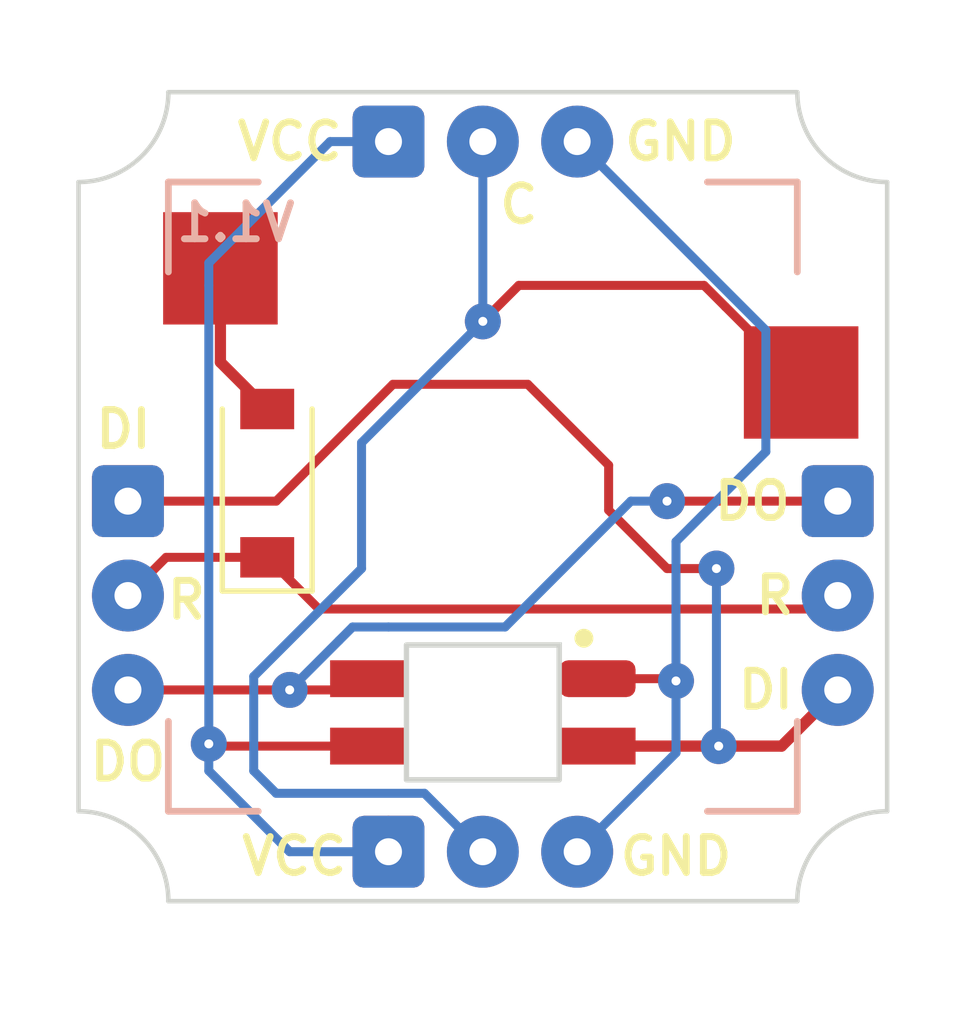
<source format=kicad_pcb>
(kicad_pcb (version 20211014) (generator pcbnew)
  (title_block (title "Keyswitch Biscuit") (date "2021-06-05") (rev "1.1"))
  (layers (0 "F.Cu" signal) (31 "B.Cu" signal) (34 "B.Paste" user) (35 "F.Paste" user) (36 "B.SilkS" user "B.Silkscreen") (37 "F.SilkS" user "F.Silkscreen") (38 "B.Mask" user) (39 "F.Mask" user) (44 "Edge.Cuts" user))
  (net 0 "")
  (net 1 "Row")
  (net 2 "DataOut")
  (net 3 "DataIn")
  (net 4 "Col")
  (net 5 "VCC")
  (net 6 "GND")
  (net 7 "Net-(D1-Pad2)")
  (footprint "custom:SolderWire-0.1sqmm_1x03_D0.4mm_OD1mm" (layer "F.Cu") (at 106.8 101)
    (fp_text reference "J1")
    (fp_text value "Conn_01x03_Male")
    (pad "1" thru_hole roundrect locked (at 0 0) (size 1.6 1.6) (drill 0.6) (layers *.Cu *.Mask) (roundrect_rratio 0.15625) (net 5 "VCC"))
    (pad "2" thru_hole circle locked (at 2.1 0) (size 1.6 1.6) (drill 0.6) (layers *.Cu *.Mask) (net 4 "Col"))
    (pad "3" thru_hole circle locked (at 4.2 0) (size 1.6 1.6) (drill 0.6) (layers *.Cu *.Mask) (net 6 "GND"))
  )
  (footprint "custom:SolderWire-0.1sqmm_1x03_D0.4mm_OD1mm" (layer "F.Cu") (at 106.8 116.8)
    (fp_text reference "J3")
    (fp_text value "Conn_01x03_Male")
    (pad "1" thru_hole roundrect locked (at 0 0) (size 1.6 1.6) (drill 0.6) (layers *.Cu *.Mask) (roundrect_rratio 0.15625) (net 5 "VCC"))
    (pad "2" thru_hole circle locked (at 2.1 0) (size 1.6 1.6) (drill 0.6) (layers *.Cu *.Mask) (net 4 "Col"))
    (pad "3" thru_hole circle locked (at 4.2 0) (size 1.6 1.6) (drill 0.6) (layers *.Cu *.Mask) (net 6 "GND"))
  )
  (footprint "custom:D_SOD-123" (layer "F.Cu") (at 104.1 108.6 90)
    (fp_text reference "D1")
    (fp_text value "D")
    (fp_line (start -2.4 1) (end 1.65 1) (layer "F.SilkS") (width 0.12))
    (fp_line (start -2.4 -1) (end 1.65 -1) (layer "F.SilkS") (width 0.12))
    (fp_line (start -2.4 -1) (end -2.4 1) (layer "F.SilkS") (width 0.12))
    (pad "1" smd rect locked (at -1.65 0 90) (size 0.9 1.2) (layers "F.Cu" "F.Paste" "F.Mask") (net 1 "Row"))
    (pad "2" smd rect locked (at 1.65 0 90) (size 0.9 1.2) (layers "F.Cu" "F.Paste" "F.Mask") (net 7 "Net-(D1-Pad2)"))
  )
  (footprint "custom:SolderWire-0.1sqmm_1x03_D0.4mm_OD1mm" (layer "F.Cu") (at 116.8 109 -90)
    (fp_text reference "J2")
    (fp_text value "Conn_01x03_Male")
    (pad "1" thru_hole roundrect locked (at 0 0 270) (size 1.6 1.6) (drill 0.6) (layers *.Cu *.Mask) (roundrect_rratio 0.15625) (net 2 "DataOut"))
    (pad "2" thru_hole circle locked (at 2.1 0 270) (size 1.6 1.6) (drill 0.6) (layers *.Cu *.Mask) (net 1 "Row"))
    (pad "3" thru_hole circle locked (at 4.2 0 270) (size 1.6 1.6) (drill 0.6) (layers *.Cu *.Mask) (net 3 "DataIn"))
  )
  (footprint "custom:SolderWire-0.1sqmm_1x03_D0.4mm_OD1mm" (layer "F.Cu") (at 101 109 -90)
    (fp_text reference "J4")
    (fp_text value "Conn_01x03_Male")
    (pad "1" thru_hole roundrect locked (at 0 0 270) (size 1.6 1.6) (drill 0.6) (layers *.Cu *.Mask) (roundrect_rratio 0.15625) (net 3 "DataIn"))
    (pad "2" thru_hole circle locked (at 2.1 0 270) (size 1.6 1.6) (drill 0.6) (layers *.Cu *.Mask) (net 1 "Row"))
    (pad "3" thru_hole circle locked (at 4.2 0 270) (size 1.6 1.6) (drill 0.6) (layers *.Cu *.Mask) (net 2 "DataOut"))
  )
  (footprint "custom:SK6812MINI_rev" (layer "F.Cu") (at 108.9 113.7)
    (fp_text reference "D2")
    (fp_text value "SK6812MINI" hide)
    (fp_circle (center 2.25 -1.65) (end 2.4 -1.65) (layer "F.SilkS") (width 0.12) (fill solid))
    (fp_rect (start 1.7 -1.5) (end -1.7 1.5) (layer "Edge.Cuts") (width 0.12) (fill none))
    (pad "1" smd rect locked (at -2.55 -0.75) (size 1.7 0.82) (layers "F.Cu" "F.Paste" "F.Mask") (net 2 "DataOut"))
    (pad "2" smd roundrect locked (at 2.55 -0.75) (size 1.7 0.82) (layers "F.Cu" "F.Paste" "F.Mask") (net 6 "GND"))
    (pad "3" smd rect locked (at 2.55 0.75) (size 1.7 0.82) (layers "F.Cu" "F.Paste" "F.Mask") (net 3 "DataIn"))
    (pad "4" smd rect locked (at -2.55 0.75) (size 1.7 0.82) (layers "F.Cu" "F.Paste" "F.Mask") (net 5 "VCC"))
  )
  (footprint "custom:MXOnly-1U-Hotswap-v2" (layer "B.Cu") (at 108.9 108.9 180)
    (fp_text reference "MX1")
    (fp_text value "MX-NoLED")
    (fp_line (start -7 7) (end -7 5) (layer "B.SilkS") (width 0.15))
    (fp_line (start -7 -5) (end -7 -7) (layer "B.SilkS") (width 0.15))
    (fp_line (start 5 -7) (end 7 -7) (layer "B.SilkS") (width 0.15))
    (fp_line (start 7 -7) (end 7 -5) (layer "B.SilkS") (width 0.15))
    (fp_line (start 5 7) (end 7 7) (layer "B.SilkS") (width 0.15))
    (fp_line (start -7 -7) (end -5 -7) (layer "B.SilkS") (width 0.15))
    (fp_line (start 7 7) (end 7 5) (layer "B.SilkS") (width 0.15))
    (fp_line (start -5 7) (end -7 7) (layer "B.SilkS") (width 0.15))
    (pad "" np_thru_hole circle locked (at 0 0 180) (size 3.9878 3.9878) (drill 3.9878) (layers *.Cu *.Mask))
    (pad "" np_thru_hole circle locked (at 2.54 5.08 180) (size 3 3) (drill 3) (layers *.Cu *.Mask))
    (pad "" np_thru_hole circle locked (at -3.81 2.54 180) (size 3 3) (drill 3) (layers *.Cu *.Mask))
    (pad "1" smd rect locked (at -7.085 2.54 180) (size 2.55 2.5) (layers "F.Cu" "F.Paste" "F.Mask") (net 4 "Col"))
    (pad "2" smd rect locked (at 5.842 5.08 180) (size 2.55 2.5) (layers "F.Cu" "F.Paste" "F.Mask") (net 7 "Net-(D1-Pad2)"))
  )
  (gr_line (start 115.9 117.9) (end 101.9 117.9) (layer "Edge.Cuts") (width 0.1))
  (gr_arc (start 117.9 101.9) (mid 116.485786 101.314214) (end 115.9 99.9) (layer "Edge.Cuts") (width 0.1))
  (gr_line (start 101.9 99.9) (end 115.9 99.9) (layer "Edge.Cuts") (width 0.1))
  (gr_line (start 99.9 115.9) (end 99.9 101.9) (layer "Edge.Cuts") (width 0.1))
  (gr_arc (start 115.9 117.9) (mid 116.485786 116.485786) (end 117.9 115.9) (layer "Edge.Cuts") (width 0.1))
  (gr_arc (start 101.9 99.9) (mid 101.314214 101.314214) (end 99.9 101.9) (layer "Edge.Cuts") (width 0.1))
  (gr_arc (start 99.9 115.9) (mid 101.314214 116.485786) (end 101.9 117.9) (layer "Edge.Cuts") (width 0.1))
  (gr_line (start 117.9 101.9) (end 117.9 115.9) (layer "Edge.Cuts") (width 0.1))
  (gr_text "V1.1" (at 103.4 102.8) (layer "B.SilkS") (effects (font (size 0.8 0.8) (thickness 0.153)) (justify mirror)))
  (gr_text "DO" (at 101 114.8) (layer "F.SilkS") (effects (font (size 0.8 0.8) (thickness 0.153))))
  (gr_text "VCC" (at 104.6 101) (layer "F.SilkS") (effects (font (size 0.8 0.8) (thickness 0.153))))
  (gr_text "DI" (at 115.2 113.2) (layer "F.SilkS") (effects (font (size 0.8 0.8) (thickness 0.153))))
  (gr_text "C" (at 109.7 102.4) (layer "F.SilkS") (effects (font (size 0.8 0.8) (thickness 0.153))))
  (gr_text "VCC" (at 104.7 116.9) (layer "F.SilkS") (effects (font (size 0.8 0.8) (thickness 0.153))))
  (gr_text "R" (at 102.3 111.2) (layer "F.SilkS") (effects (font (size 0.8 0.8) (thickness 0.153))))
  (gr_text "GND" (at 113.3 101) (layer "F.SilkS") (effects (font (size 0.8 0.8) (thickness 0.153))))
  (gr_text "DI" (at 100.9 107.4) (layer "F.SilkS") (effects (font (size 0.8 0.8) (thickness 0.153))))
  (gr_text "R" (at 115.4 111.1) (layer "F.SilkS") (effects (font (size 0.8 0.8) (thickness 0.153))))
  (gr_text "GND" (at 113.2 116.9) (layer "F.SilkS") (effects (font (size 0.8 0.8) (thickness 0.153))))
  (gr_text "DO" (at 114.9 109) (layer "F.SilkS") (effects (font (size 0.8 0.8) (thickness 0.153))))
  (segment (start 101.85 110.25) (end 104.1 110.25) (width 0.2) (layer "F.Cu") (net 1))
  (segment (start 116.8 111.1) (end 116.5 111.4) (width 0.2) (layer "F.Cu") (net 1))
  (segment (start 105.25 111.4) (end 104.1 110.25) (width 0.2) (layer "F.Cu") (net 1))
  (segment (start 116.774999 111.074999) (end 116.8 111.1) (width 0.25) (layer "F.Cu") (net 1))
  (segment (start 101 111.1) (end 101.85 110.25) (width 0.2) (layer "F.Cu") (net 1))
  (segment (start 101 110.7) (end 101.1 110.8) (width 0.25) (layer "F.Cu") (net 1))
  (segment (start 116.5 111.4) (end 105.25 111.4) (width 0.2) (layer "F.Cu") (net 1))
  (segment (start 106.1 113.2) (end 106.35 112.95) (width 0.2) (layer "F.Cu") (net 2))
  (segment (start 116.8 109) (end 113 109) (width 0.2) (layer "F.Cu") (net 2))
  (segment (start 104.6 113.2) (end 106.1 113.2) (width 0.2) (layer "F.Cu") (net 2))
  (segment (start 101 113.2) (end 104.6 113.2) (width 0.2) (layer "F.Cu") (net 2))
  (segment (start 101.25 112.95) (end 101 113.2) (width 0.2) (layer "F.Cu") (net 2))
  (via (at 113 109) (size 0.8) (drill 0.2) (layers "F.Cu" "B.Cu") (net 2))
  (via (at 104.6 113.2) (size 0.8) (drill 0.2) (layers "F.Cu" "B.Cu") (net 2))
  (segment (start 106 111.8) (end 106.8 111.8) (width 0.2) (layer "B.Cu") (net 2))
  (segment (start 109.394974 111.8) (end 106.8 111.8) (width 0.2) (layer "B.Cu") (net 2))
  (segment (start 104.6 113.2) (end 105.7 112.1) (width 0.2) (layer "B.Cu") (net 2))
  (segment (start 105.7 112.1) (end 106 111.8) (width 0.2) (layer "B.Cu") (net 2))
  (segment (start 112.194974 109) (end 113 109) (width 0.2) (layer "B.Cu") (net 2))
  (segment (start 111.094974 110.1) (end 109.394974 111.8) (width 0.2) (layer "B.Cu") (net 2))
  (segment (start 111.094974 110.1) (end 112.194974 109) (width 0.2) (layer "B.Cu") (net 2))
  (segment (start 111.7 109.2) (end 113 110.5) (width 0.2) (layer "F.Cu") (net 3))
  (segment (start 115.55 114.45) (end 116.8 113.2) (width 0.25) (layer "F.Cu") (net 3))
  (segment (start 109.9 106.4) (end 111.7 108.2) (width 0.2) (layer "F.Cu") (net 3))
  (segment (start 101 109) (end 104.3 109) (width 0.2) (layer "F.Cu") (net 3))
  (segment (start 111.45 114.45) (end 114.15 114.45) (width 0.25) (layer "F.Cu") (net 3))
  (segment (start 114.15 114.45) (end 115.55 114.45) (width 0.25) (layer "F.Cu") (net 3))
  (segment (start 113 110.5) (end 114.1 110.5) (width 0.2) (layer "F.Cu") (net 3))
  (segment (start 111.7 108.2) (end 111.7 109.2) (width 0.2) (layer "F.Cu") (net 3))
  (segment (start 116.8 113.2) (end 116.309412 113.2) (width 0.25) (layer "F.Cu") (net 3))
  (segment (start 106.9 106.4) (end 109.9 106.4) (width 0.2) (layer "F.Cu") (net 3))
  (segment (start 104.3 109) (end 106.9 106.4) (width 0.2) (layer "F.Cu") (net 3))
  (segment (start 111.5 114.5) (end 111.45 114.45) (width 0.25) (layer "F.Cu") (net 3))
  (via (at 114.1 110.5) (size 0.8) (drill 0.2) (layers "F.Cu" "B.Cu") (net 3))
  (via (at 114.15 114.45) (size 0.8) (drill 0.2) (layers "F.Cu" "B.Cu") (net 3))
  (segment (start 114.1 110.5) (end 114.1 114.4) (width 0.2) (layer "B.Cu") (net 3))
  (segment (start 114.1 114.4) (end 114.15 114.45) (width 0.2) (layer "B.Cu") (net 3))
  (segment (start 114.3 104.675) (end 113.825 104.2) (width 0.2) (layer "F.Cu") (net 4))
  (segment (start 113.825 104.2) (end 109.7 104.2) (width 0.2) (layer "F.Cu") (net 4))
  (segment (start 109.7 104.2) (end 108.9 105) (width 0.2) (layer "F.Cu") (net 4))
  (segment (start 115.985 106.36) (end 114.3 104.675) (width 0.2) (layer "F.Cu") (net 4))
  (via (at 108.9 105) (size 0.8) (drill 0.2) (layers "F.Cu" "B.Cu") (net 4))
  (segment (start 108.9 116.8) (end 107.60001 115.50001) (width 0.2) (layer "B.Cu") (net 4))
  (segment (start 103.8 115) (end 103.8 112.9) (width 0.2) (layer "B.Cu") (net 4))
  (segment (start 106.2 107.7) (end 108.9 105) (width 0.2) (layer "B.Cu") (net 4))
  (segment (start 104.30001 115.50001) (end 103.8 115) (width 0.2) (layer "B.Cu") (net 4))
  (segment (start 103.8 112.9) (end 106.2 110.5) (width 0.2) (layer "B.Cu") (net 4))
  (segment (start 106.2 110.5) (end 106.2 107.7) (width 0.2) (layer "B.Cu") (net 4))
  (segment (start 107.60001 115.50001) (end 104.30001 115.50001) (width 0.2) (layer "B.Cu") (net 4))
  (segment (start 108.9 105) (end 108.9 101) (width 0.2) (layer "B.Cu") (net 4))
  (segment (start 102.85 114.45) (end 102.8 114.4) (width 0.2) (layer "F.Cu") (net 5))
  (segment (start 106.8 116.8) (end 106.8 116.1) (width 0.2) (layer "F.Cu") (net 5))
  (segment (start 106.35 114.45) (end 102.85 114.45) (width 0.2) (layer "F.Cu") (net 5))
  (via (at 102.8 114.4) (size 0.8) (drill 0.2) (layers "F.Cu" "B.Cu") (net 5))
  (segment (start 102.8 115) (end 104.6 116.8) (width 0.2) (layer "B.Cu") (net 5))
  (segment (start 104.6 116.8) (end 106.8 116.8) (width 0.2) (layer "B.Cu") (net 5))
  (segment (start 102.8 103.7) (end 105.5 101) (width 0.2) (layer "B.Cu") (net 5))
  (segment (start 102.8 104.2) (end 102.8 103.7) (width 0.2) (layer "B.Cu") (net 5))
  (segment (start 102.8 114.4) (end 102.8 104.2) (width 0.2) (layer "B.Cu") (net 5))
  (segment (start 102.8 114.4) (end 102.8 115) (width 0.2) (layer "B.Cu") (net 5))
  (segment (start 105.5 101) (end 106.8 101) (width 0.2) (layer "B.Cu") (net 5))
  (segment (start 111.45 112.95) (end 113.15 112.95) (width 0.2) (layer "F.Cu") (net 6))
  (segment (start 111.5 113) (end 111.45 112.95) (width 0.25) (layer "F.Cu") (net 6))
  (segment (start 113.15 112.95) (end 113.2 113) (width 0.2) (layer "F.Cu") (net 6))
  (segment (start 111 116.8) (end 111 116.745002) (width 0.25) (layer "F.Cu") (net 6))
  (via (at 113.2 113) (size 0.8) (drill 0.2) (layers "F.Cu" "B.Cu") (net 6))
  (segment (start 113.2 113) (end 113.2 114.6) (width 0.2) (layer "B.Cu") (net 6))
  (segment (start 115.2 105.2) (end 111 101) (width 0.2) (layer "B.Cu") (net 6))
  (segment (start 113.2 109.9) (end 115.2 107.9) (width 0.2) (layer "B.Cu") (net 6))
  (segment (start 113.2 113) (end 113.2 109.9) (width 0.2) (layer "B.Cu") (net 6))
  (segment (start 115.2 107.9) (end 115.2 105.2) (width 0.2) (layer "B.Cu") (net 6))
  (segment (start 113.2 114.6) (end 111 116.8) (width 0.2) (layer "B.Cu") (net 6))
  (segment (start 103.058 105.908) (end 103.058 103.82) (width 0.25) (layer "F.Cu") (net 7))
  (segment (start 104.1 106.95) (end 103.058 105.908) (width 0.25) (layer "F.Cu") (net 7))
)
</source>
